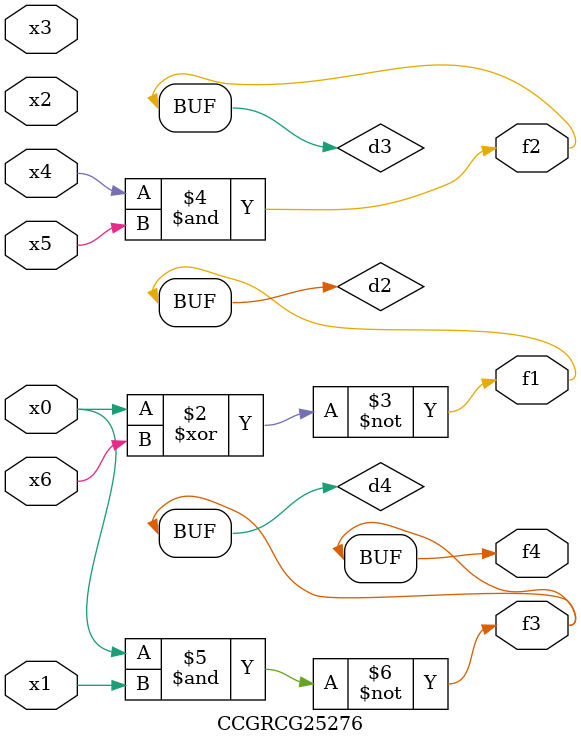
<source format=v>
module CCGRCG25276(
	input x0, x1, x2, x3, x4, x5, x6,
	output f1, f2, f3, f4
);

	wire d1, d2, d3, d4;

	nor (d1, x0);
	xnor (d2, x0, x6);
	and (d3, x4, x5);
	nand (d4, x0, x1);
	assign f1 = d2;
	assign f2 = d3;
	assign f3 = d4;
	assign f4 = d4;
endmodule

</source>
